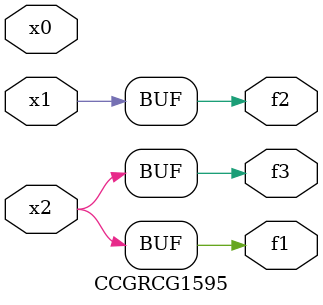
<source format=v>
module CCGRCG1595(
	input x0, x1, x2,
	output f1, f2, f3
);
	assign f1 = x2;
	assign f2 = x1;
	assign f3 = x2;
endmodule

</source>
